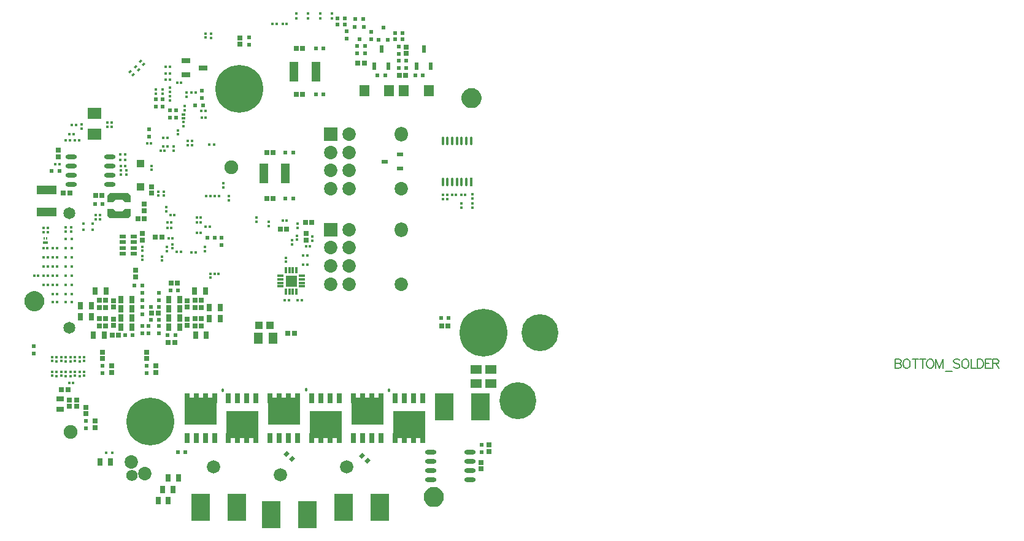
<source format=gbs>
G04*
G04 #@! TF.GenerationSoftware,Altium Limited,Altium Designer,24.1.2 (44)*
G04*
G04 Layer_Color=16711935*
%FSLAX44Y44*%
%MOMM*%
G71*
G04*
G04 #@! TF.SameCoordinates,3E41DE66-C22E-4A43-A9AF-2340ABB4EF3F*
G04*
G04*
G04 #@! TF.FilePolarity,Negative*
G04*
G01*
G75*
%ADD20C,0.1778*%
%ADD67O,0.3500X1.2500*%
%ADD68R,0.3500X1.2500*%
%ADD79R,0.7700X0.9800*%
%ADD111R,1.0500X1.1000*%
%ADD121R,0.4200X0.3600*%
%ADD122R,0.7200X0.7200*%
%ADD123R,0.3600X0.4200*%
%ADD124R,0.7200X0.7200*%
%ADD126R,1.9050X1.5240*%
%ADD127R,0.3500X0.4000*%
%ADD128R,0.6000X0.5750*%
%ADD129R,0.4620X0.3520*%
%ADD134R,1.5500X1.2500*%
%ADD138R,1.2500X2.8000*%
%ADD139C,1.1000*%
G04:AMPARAMS|DCode=141|XSize=0.6mm|YSize=0.575mm|CornerRadius=0mm|HoleSize=0mm|Usage=FLASHONLY|Rotation=225.000|XOffset=0mm|YOffset=0mm|HoleType=Round|Shape=Rectangle|*
%AMROTATEDRECTD141*
4,1,4,0.0088,0.4154,0.4154,0.0088,-0.0088,-0.4154,-0.4154,-0.0088,0.0088,0.4154,0.0*
%
%ADD141ROTATEDRECTD141*%

%ADD143R,0.5750X0.6000*%
%ADD147C,1.9050*%
%ADD148C,1.8540*%
%ADD149O,1.8540X2.0040*%
%ADD150C,1.8542*%
%ADD151R,1.8542X1.8542*%
%ADD152C,1.5748*%
%ADD154C,1.6510*%
%ADD155C,6.6016*%
%ADD156C,5.1016*%
%ADD195R,4.5200X3.8500*%
%ADD196R,0.7100X1.3720*%
%ADD197O,1.5500X0.6000*%
%ADD198R,0.6000X1.0000*%
%ADD200O,1.5500X0.6000*%
%ADD208R,0.9800X0.7700*%
%ADD210R,0.2540X0.2540*%
%ADD214R,0.9500X0.6000*%
%ADD225O,0.9144X0.4064*%
%ADD226O,0.4064X0.9144*%
%ADD227R,1.5650X1.5650*%
%ADD228R,0.6000X0.6000*%
%ADD229R,1.1770X0.7874*%
%ADD230R,1.0520X1.0020*%
%ADD231R,2.6162X3.7338*%
%ADD232R,1.3500X1.6000*%
%ADD233R,0.7500X1.0000*%
%ADD234R,0.4000X0.3500*%
%ADD235C,0.4572*%
%ADD236R,0.5000X0.4000*%
%ADD237R,0.9000X0.5000*%
%ADD238R,1.2500X1.5500*%
%ADD239R,0.7000X0.4500*%
%ADD240R,0.2905X0.4500*%
%ADD241R,2.8000X1.2500*%
%ADD242R,0.3520X0.4620*%
G04:AMPARAMS|DCode=243|XSize=0.4mm|YSize=0.35mm|CornerRadius=0mm|HoleSize=0mm|Usage=FLASHONLY|Rotation=225.000|XOffset=0mm|YOffset=0mm|HoleType=Round|Shape=Rectangle|*
%AMROTATEDRECTD243*
4,1,4,0.0177,0.2652,0.2652,0.0177,-0.0177,-0.2652,-0.2652,-0.0177,0.0177,0.2652,0.0*
%
%ADD243ROTATEDRECTD243*%

%ADD244C,1.8288*%
G36*
X252947Y266004D02*
X255459Y264963D01*
X257720Y263453D01*
X259643Y261530D01*
X261153Y259269D01*
X262194Y256757D01*
X262724Y254090D01*
Y252730D01*
Y251370D01*
X262194Y248703D01*
X261153Y246191D01*
X259643Y243930D01*
X257720Y242007D01*
X255459Y240497D01*
X252947Y239456D01*
X250280Y238926D01*
X247560D01*
X244893Y239456D01*
X242381Y240497D01*
X240120Y242007D01*
X238197Y243930D01*
X236687Y246191D01*
X235646Y248703D01*
X235116Y251370D01*
Y252730D01*
Y254090D01*
X235646Y256757D01*
X236687Y259269D01*
X238197Y261530D01*
X240120Y263453D01*
X242381Y264963D01*
X244893Y266004D01*
X247560Y266534D01*
X250280D01*
X252947Y266004D01*
D02*
G37*
G36*
X-221615Y118374D02*
Y108585D01*
X-229532D01*
X-232707Y112395D01*
X-242273D01*
X-245448Y108585D01*
X-253365D01*
Y118374D01*
X-250454Y121285D01*
X-224526D01*
X-221615Y118374D01*
D02*
G37*
G36*
Y89906D02*
X-224526Y86995D01*
X-250454D01*
X-253365Y89906D01*
Y99695D01*
X-245448D01*
X-242273Y95885D01*
X-232707D01*
X-229532Y99695D01*
X-221615D01*
Y89906D01*
D02*
G37*
G36*
X-350303Y-14666D02*
X-347791Y-15707D01*
X-345530Y-17217D01*
X-343607Y-19140D01*
X-342097Y-21401D01*
X-341056Y-23913D01*
X-340526Y-26580D01*
Y-27940D01*
Y-29300D01*
X-341056Y-31967D01*
X-342097Y-34479D01*
X-343607Y-36740D01*
X-345530Y-38663D01*
X-347791Y-40173D01*
X-350303Y-41214D01*
X-352970Y-41744D01*
X-355690D01*
X-358357Y-41214D01*
X-360869Y-40173D01*
X-363130Y-38663D01*
X-365053Y-36740D01*
X-366563Y-34479D01*
X-367604Y-31967D01*
X-368134Y-29300D01*
Y-27940D01*
Y-26580D01*
X-367604Y-23913D01*
X-366563Y-21401D01*
X-365053Y-19140D01*
X-363130Y-17217D01*
X-360869Y-15707D01*
X-358357Y-14666D01*
X-355690Y-14136D01*
X-352970D01*
X-350303Y-14666D01*
D02*
G37*
G36*
X200877Y-285176D02*
X203389Y-286217D01*
X205650Y-287727D01*
X207573Y-289650D01*
X209083Y-291911D01*
X210124Y-294423D01*
X210654Y-297090D01*
Y-298450D01*
Y-299810D01*
X210124Y-302477D01*
X209083Y-304989D01*
X207573Y-307250D01*
X205650Y-309173D01*
X203389Y-310683D01*
X200877Y-311724D01*
X198210Y-312254D01*
X195490D01*
X192823Y-311724D01*
X190311Y-310683D01*
X188050Y-309173D01*
X186127Y-307250D01*
X184617Y-304989D01*
X183576Y-302477D01*
X183046Y-299810D01*
Y-298450D01*
Y-297090D01*
X183576Y-294423D01*
X184617Y-291911D01*
X186127Y-289650D01*
X188050Y-287727D01*
X190311Y-286217D01*
X192823Y-285176D01*
X195490Y-284646D01*
X198210D01*
X200877Y-285176D01*
D02*
G37*
D20*
X833120Y-107953D02*
Y-120650D01*
Y-107953D02*
X838562D01*
X840376Y-108557D01*
X840980Y-109162D01*
X841585Y-110371D01*
Y-111580D01*
X840980Y-112790D01*
X840376Y-113394D01*
X838562Y-113999D01*
X833120D02*
X838562D01*
X840376Y-114604D01*
X840980Y-115208D01*
X841585Y-116418D01*
Y-118231D01*
X840980Y-119441D01*
X840376Y-120045D01*
X838562Y-120650D01*
X833120D01*
X848054Y-107953D02*
X846845Y-108557D01*
X845636Y-109767D01*
X845031Y-110976D01*
X844427Y-112790D01*
Y-115813D01*
X845031Y-117627D01*
X845636Y-118836D01*
X846845Y-120045D01*
X848054Y-120650D01*
X850473D01*
X851682Y-120045D01*
X852891Y-118836D01*
X853496Y-117627D01*
X854101Y-115813D01*
Y-112790D01*
X853496Y-110976D01*
X852891Y-109767D01*
X851682Y-108557D01*
X850473Y-107953D01*
X848054D01*
X861296D02*
Y-120650D01*
X857063Y-107953D02*
X865528D01*
X871272D02*
Y-120650D01*
X867040Y-107953D02*
X875505D01*
X880644D02*
X879435Y-108557D01*
X878226Y-109767D01*
X877621Y-110976D01*
X877016Y-112790D01*
Y-115813D01*
X877621Y-117627D01*
X878226Y-118836D01*
X879435Y-120045D01*
X880644Y-120650D01*
X883063D01*
X884272Y-120045D01*
X885481Y-118836D01*
X886086Y-117627D01*
X886690Y-115813D01*
Y-112790D01*
X886086Y-110976D01*
X885481Y-109767D01*
X884272Y-108557D01*
X883063Y-107953D01*
X880644D01*
X889653D02*
Y-120650D01*
Y-107953D02*
X894490Y-120650D01*
X899327Y-107953D02*
X894490Y-120650D01*
X899327Y-107953D02*
Y-120650D01*
X902955Y-124882D02*
X912629D01*
X922727Y-109767D02*
X921517Y-108557D01*
X919703Y-107953D01*
X917285D01*
X915471Y-108557D01*
X914262Y-109767D01*
Y-110976D01*
X914866Y-112185D01*
X915471Y-112790D01*
X916680Y-113394D01*
X920308Y-114604D01*
X921517Y-115208D01*
X922122Y-115813D01*
X922727Y-117022D01*
Y-118836D01*
X921517Y-120045D01*
X919703Y-120650D01*
X917285D01*
X915471Y-120045D01*
X914262Y-118836D01*
X929196Y-107953D02*
X927987Y-108557D01*
X926777Y-109767D01*
X926173Y-110976D01*
X925568Y-112790D01*
Y-115813D01*
X926173Y-117627D01*
X926777Y-118836D01*
X927987Y-120045D01*
X929196Y-120650D01*
X931615D01*
X932824Y-120045D01*
X934033Y-118836D01*
X934638Y-117627D01*
X935242Y-115813D01*
Y-112790D01*
X934638Y-110976D01*
X934033Y-109767D01*
X932824Y-108557D01*
X931615Y-107953D01*
X929196D01*
X938205D02*
Y-120650D01*
X945461D01*
X946851Y-107953D02*
Y-120650D01*
Y-107953D02*
X951084D01*
X952898Y-108557D01*
X954107Y-109767D01*
X954712Y-110976D01*
X955316Y-112790D01*
Y-115813D01*
X954712Y-117627D01*
X954107Y-118836D01*
X952898Y-120045D01*
X951084Y-120650D01*
X946851D01*
X966018Y-107953D02*
X958158D01*
Y-120650D01*
X966018D01*
X958158Y-113999D02*
X962995D01*
X968134Y-107953D02*
Y-120650D01*
Y-107953D02*
X973576D01*
X975390Y-108557D01*
X975995Y-109162D01*
X976599Y-110371D01*
Y-111580D01*
X975995Y-112790D01*
X975390Y-113394D01*
X973576Y-113999D01*
X968134D01*
X972367D02*
X976599Y-120650D01*
D67*
X241600Y136850D02*
D03*
X235100D02*
D03*
X228600D02*
D03*
X222100D02*
D03*
X215600D02*
D03*
X209100D02*
D03*
X248100Y193350D02*
D03*
X241600D02*
D03*
X235100D02*
D03*
X228600D02*
D03*
X222100D02*
D03*
X215600D02*
D03*
X209100D02*
D03*
D68*
X248100Y136850D02*
D03*
D79*
X-263690Y-250190D02*
D03*
X-249390D02*
D03*
X-183680Y-303530D02*
D03*
X-169380D02*
D03*
X-177330Y-288290D02*
D03*
X-163030D02*
D03*
X-169710Y-271780D02*
D03*
X-155410D02*
D03*
D111*
X-28831Y-60960D02*
D03*
X-44831D02*
D03*
D121*
X7620Y56990D02*
D03*
Y62390D02*
D03*
X-30975Y76243D02*
D03*
Y81643D02*
D03*
X-330200Y-125570D02*
D03*
Y-130970D02*
D03*
X-317500Y-125570D02*
D03*
Y-130970D02*
D03*
X250190Y106840D02*
D03*
Y101440D02*
D03*
X-285750Y-130970D02*
D03*
Y-125570D02*
D03*
X-298450Y-130970D02*
D03*
Y-125570D02*
D03*
X-285750Y-105250D02*
D03*
Y-110650D02*
D03*
X-298450D02*
D03*
Y-105250D02*
D03*
X-330200Y-110650D02*
D03*
Y-105250D02*
D03*
X-317500Y-110650D02*
D03*
Y-105250D02*
D03*
X-148820Y213993D02*
D03*
Y219393D02*
D03*
X-162321Y185640D02*
D03*
Y180240D02*
D03*
X-156540Y202742D02*
D03*
Y208141D02*
D03*
X-193074Y153769D02*
D03*
Y159169D02*
D03*
X-253999Y213200D02*
D03*
Y218600D02*
D03*
X-247649Y213200D02*
D03*
Y218600D02*
D03*
X-119380Y46642D02*
D03*
Y41242D02*
D03*
X-163936Y50642D02*
D03*
Y45242D02*
D03*
X-7620Y31910D02*
D03*
Y26510D02*
D03*
X-171736Y41342D02*
D03*
Y46742D02*
D03*
X-205740Y47150D02*
D03*
Y41750D02*
D03*
X-178239Y33743D02*
D03*
Y28343D02*
D03*
X-205740Y34450D02*
D03*
Y29050D02*
D03*
X-183641Y123350D02*
D03*
Y117950D02*
D03*
X-176021D02*
D03*
Y123350D02*
D03*
X-111760Y9812D02*
D03*
Y4412D02*
D03*
X-234951Y152560D02*
D03*
Y147160D02*
D03*
X-227331Y152560D02*
D03*
Y147160D02*
D03*
X-118109Y336390D02*
D03*
Y341790D02*
D03*
X-167639Y261460D02*
D03*
Y266860D02*
D03*
D122*
X19629Y81280D02*
D03*
X28629D02*
D03*
X-14986Y71374D02*
D03*
X-5986D02*
D03*
X-314379Y121919D02*
D03*
X-305379D02*
D03*
X-269929Y118109D02*
D03*
X-260929D02*
D03*
X-33709Y114299D02*
D03*
X-24709D02*
D03*
Y177799D02*
D03*
X-33709D02*
D03*
X216589Y-62229D02*
D03*
X207589D02*
D03*
X-4318Y-72390D02*
D03*
X4682D02*
D03*
X-123769Y-26670D02*
D03*
X-132769D02*
D03*
X-192461Y-44450D02*
D03*
X-183461D02*
D03*
X-165791Y-2540D02*
D03*
X-156791D02*
D03*
X-132771Y-36830D02*
D03*
X-123771D02*
D03*
X-132769Y-62230D02*
D03*
X-123769D02*
D03*
X-264851Y-26670D02*
D03*
X-255851D02*
D03*
X-169601Y-85090D02*
D03*
X-160601D02*
D03*
X-132771Y-52070D02*
D03*
X-123771D02*
D03*
X-255849Y-36830D02*
D03*
X-264849D02*
D03*
X-264851Y-62230D02*
D03*
X-255851D02*
D03*
X-247071Y-74930D02*
D03*
X-238071D02*
D03*
X-255849Y-52070D02*
D03*
X-264849D02*
D03*
X15931Y257809D02*
D03*
X6931D02*
D03*
X15931Y321309D02*
D03*
X6931D02*
D03*
X-307919Y-149860D02*
D03*
X-316919D02*
D03*
X149169Y284480D02*
D03*
X158169D02*
D03*
X92019Y300991D02*
D03*
X101019D02*
D03*
X-187635Y60198D02*
D03*
X-178635D02*
D03*
X-211511Y85598D02*
D03*
X-202511D02*
D03*
D123*
X-336390Y45720D02*
D03*
X-341790Y45720D02*
D03*
X-349090Y7620D02*
D03*
X-354490Y7620D02*
D03*
X-300830Y-140970D02*
D03*
X-306230D02*
D03*
X234790Y119380D02*
D03*
X240190D02*
D03*
X-137320Y260350D02*
D03*
X-131920D02*
D03*
X-117950Y226060D02*
D03*
X-123350D02*
D03*
X-152010Y273547D02*
D03*
X-157410D02*
D03*
X-142519Y187338D02*
D03*
X-137119D02*
D03*
X-142519Y193545D02*
D03*
X-137119D02*
D03*
X-176272Y197941D02*
D03*
X-170872D02*
D03*
X-180023Y179939D02*
D03*
X-174622D02*
D03*
X-193132Y190440D02*
D03*
X-198532D02*
D03*
X-176272Y186182D02*
D03*
X-170872D02*
D03*
X-264000Y85090D02*
D03*
X-269400D02*
D03*
X-264000Y91441D02*
D03*
X-269400D02*
D03*
X-130239Y87593D02*
D03*
X-124838D02*
D03*
X-130239Y81093D02*
D03*
X-124838D02*
D03*
X-130239Y66793D02*
D03*
X-124838D02*
D03*
X-131988Y39491D02*
D03*
X-137388D02*
D03*
X-163868Y58991D02*
D03*
X-169268D02*
D03*
X227490Y119380D02*
D03*
X222090D02*
D03*
X-165138Y73290D02*
D03*
X-170538D02*
D03*
X-6190Y83820D02*
D03*
X-11590D02*
D03*
X-165138Y81090D02*
D03*
X-170538D02*
D03*
X-161130Y91440D02*
D03*
X-166530D02*
D03*
X-152240Y40640D02*
D03*
X-157640D02*
D03*
X-117762Y74930D02*
D03*
X-112362D02*
D03*
X-117000Y117349D02*
D03*
X-111600D02*
D03*
X-100170Y9651D02*
D03*
X-105570D02*
D03*
X-105062Y117347D02*
D03*
X-99662D02*
D03*
X-11590Y355600D02*
D03*
X-6190D02*
D03*
X20414Y48260D02*
D03*
X25814D02*
D03*
D124*
X-321309Y171451D02*
D03*
Y180451D02*
D03*
X261619Y-259771D02*
D03*
Y-250771D02*
D03*
X273049Y-235641D02*
D03*
Y-226641D02*
D03*
X-186690Y-117419D02*
D03*
Y-126419D02*
D03*
X-247650Y-117419D02*
D03*
Y-126419D02*
D03*
X-270510Y-193619D02*
D03*
Y-202619D02*
D03*
X-199390Y-98369D02*
D03*
Y-107369D02*
D03*
X-260350Y-98369D02*
D03*
Y-107369D02*
D03*
X-283210Y-174569D02*
D03*
Y-183569D02*
D03*
X-143510Y-27249D02*
D03*
Y-36249D02*
D03*
Y-61651D02*
D03*
Y-52651D02*
D03*
X-245110Y-27249D02*
D03*
Y-36249D02*
D03*
X-214630Y14661D02*
D03*
Y5661D02*
D03*
X-245110Y-61651D02*
D03*
Y-52651D02*
D03*
X-306070Y-164409D02*
D03*
Y-173409D02*
D03*
X-295910Y-164409D02*
D03*
Y-173409D02*
D03*
X158750Y314269D02*
D03*
Y323269D02*
D03*
X-205740Y56459D02*
D03*
Y65459D02*
D03*
X-193040Y130231D02*
D03*
Y121231D02*
D03*
X-203201Y97099D02*
D03*
Y106099D02*
D03*
X-71119Y335971D02*
D03*
Y326971D02*
D03*
X20320Y65461D02*
D03*
Y56461D02*
D03*
D126*
X-271781Y202565D02*
D03*
Y231775D02*
D03*
D127*
X-336090Y33020D02*
D03*
X-342090Y33020D02*
D03*
X-336090Y-5080D02*
D03*
X-342090Y-5080D02*
D03*
X-329390Y-29210D02*
D03*
X-323390D02*
D03*
X-329390Y-17780D02*
D03*
X-323390Y-17780D02*
D03*
X-329390Y-5080D02*
D03*
X-323390Y-5080D02*
D03*
X-329390Y7620D02*
D03*
X-323390Y7620D02*
D03*
X-329390Y20320D02*
D03*
X-323390Y20320D02*
D03*
X-329390Y45720D02*
D03*
X-323390D02*
D03*
X-342090Y7620D02*
D03*
X-336090D02*
D03*
Y73660D02*
D03*
X-342090Y73660D02*
D03*
X-336090Y67310D02*
D03*
X-342090Y67310D02*
D03*
X-311610Y194310D02*
D03*
X-305610D02*
D03*
X-296720Y215900D02*
D03*
X-302720D02*
D03*
X-106676Y188341D02*
D03*
X-112676D02*
D03*
X-124158Y234950D02*
D03*
X-118158D02*
D03*
X-173180Y278130D02*
D03*
X-167180D02*
D03*
X-173180Y287021D02*
D03*
X-167180D02*
D03*
X-173180Y295911D02*
D03*
X-167180D02*
D03*
X-235411Y175260D02*
D03*
X-229411D02*
D03*
Y167642D02*
D03*
X-235411D02*
D03*
X-229410Y158751D02*
D03*
X-235410D02*
D03*
X8430Y-26670D02*
D03*
X14430D02*
D03*
X-325580Y161289D02*
D03*
X-319580D02*
D03*
X16050Y22860D02*
D03*
X22050D02*
D03*
X16050Y35560D02*
D03*
X22050D02*
D03*
X-336090Y20320D02*
D03*
X-342090Y20320D02*
D03*
X-329390Y33020D02*
D03*
X-323390Y33020D02*
D03*
X-3350Y-26670D02*
D03*
X-9350D02*
D03*
X215090Y113030D02*
D03*
X209090D02*
D03*
Y119380D02*
D03*
X215090D02*
D03*
X-298910Y194310D02*
D03*
X-292910D02*
D03*
X-19860Y355600D02*
D03*
X-25860D02*
D03*
X-306530Y203200D02*
D03*
X-300530D02*
D03*
D128*
X-96521Y49485D02*
D03*
Y59735D02*
D03*
X-260350Y-127044D02*
D03*
Y-116794D02*
D03*
X-199390D02*
D03*
Y-127044D02*
D03*
X262891Y-226015D02*
D03*
Y-236265D02*
D03*
X-283210Y-192994D02*
D03*
Y-203244D02*
D03*
X-182880Y-26716D02*
D03*
Y-16466D02*
D03*
Y-62184D02*
D03*
Y-72434D02*
D03*
X-205740Y-26716D02*
D03*
Y-16466D02*
D03*
Y-35514D02*
D03*
Y-45764D02*
D03*
Y-62184D02*
D03*
Y-72434D02*
D03*
X-196850Y-62184D02*
D03*
Y-72434D02*
D03*
X110490Y333964D02*
D03*
Y344214D02*
D03*
X148590Y323896D02*
D03*
Y313646D02*
D03*
X76200Y345486D02*
D03*
Y335236D02*
D03*
X-58421Y326345D02*
D03*
Y336595D02*
D03*
X-177419Y251383D02*
D03*
Y241133D02*
D03*
X-186829Y251383D02*
D03*
Y241133D02*
D03*
X-196089Y209594D02*
D03*
Y199344D02*
D03*
X-355600Y-100376D02*
D03*
Y-90126D02*
D03*
X-158750Y236265D02*
D03*
Y226015D02*
D03*
X-167640Y236265D02*
D03*
Y226015D02*
D03*
X-123190Y262935D02*
D03*
Y252685D02*
D03*
D129*
X-255659Y-237490D02*
D03*
X-247259D02*
D03*
X-303141Y-17780D02*
D03*
X-311541D02*
D03*
X-303141Y-29210D02*
D03*
X-311541D02*
D03*
X-303141Y-5080D02*
D03*
X-311541D02*
D03*
X-303141Y7620D02*
D03*
X-311541D02*
D03*
X-303141Y20320D02*
D03*
X-311541D02*
D03*
X-303141Y33020D02*
D03*
X-311541D02*
D03*
X-303141Y45720D02*
D03*
X-311541D02*
D03*
X-303141Y58420D02*
D03*
X-311541D02*
D03*
D134*
X275589Y-142080D02*
D03*
Y-122080D02*
D03*
X255269Y-142080D02*
D03*
Y-122080D02*
D03*
D138*
X34053Y289557D02*
D03*
X4053D02*
D03*
X-7857Y148588D02*
D03*
X-37857D02*
D03*
D139*
X196850Y-298450D02*
D03*
X-354330Y-27940D02*
D03*
X248920Y252730D02*
D03*
D141*
X105223Y-248733D02*
D03*
X97976Y-241486D02*
D03*
X1083Y-246193D02*
D03*
X-6164Y-238946D02*
D03*
D143*
X-132126Y242570D02*
D03*
X-121876D02*
D03*
X-115615Y59691D02*
D03*
X-105365D02*
D03*
X2585Y177799D02*
D03*
X-7665D02*
D03*
X2585Y114299D02*
D03*
X-7665D02*
D03*
X217215Y-50801D02*
D03*
X206965D02*
D03*
X64216Y354330D02*
D03*
X74466D02*
D03*
X64216Y363220D02*
D03*
X74466D02*
D03*
X-155910Y-12700D02*
D03*
X-166160D02*
D03*
X-182834Y-35560D02*
D03*
X-193084D02*
D03*
X-159974Y-74930D02*
D03*
X-170224D02*
D03*
X-182834Y-53340D02*
D03*
X-193084D02*
D03*
X-215946Y-6350D02*
D03*
X-205696D02*
D03*
X-228900Y-74930D02*
D03*
X-218650D02*
D03*
X-330245Y152401D02*
D03*
X-319995D02*
D03*
X99106Y361950D02*
D03*
X88856D02*
D03*
X143464Y334010D02*
D03*
X153714D02*
D03*
X153716Y342900D02*
D03*
X143466D02*
D03*
X148544Y304800D02*
D03*
X158794D02*
D03*
X91395Y325121D02*
D03*
X101645D02*
D03*
X158796Y294640D02*
D03*
X148546D02*
D03*
X101645Y314959D02*
D03*
X91395D02*
D03*
X129586Y284480D02*
D03*
X119336D02*
D03*
X181656D02*
D03*
X171406D02*
D03*
X44495Y321309D02*
D03*
X34245D02*
D03*
X44495Y257809D02*
D03*
X34245D02*
D03*
X-270555Y106681D02*
D03*
X-260305D02*
D03*
X-156256Y-236220D02*
D03*
X-146006D02*
D03*
D147*
X-304800Y-208280D02*
D03*
X-82550Y157480D02*
D03*
D148*
X151697Y127622D02*
D03*
Y-4204D02*
D03*
D149*
Y202622D02*
D03*
Y70796D02*
D03*
D150*
X54897Y152622D02*
D03*
Y177622D02*
D03*
X79897Y202622D02*
D03*
Y177622D02*
D03*
Y152622D02*
D03*
X54897Y127622D02*
D03*
X79897D02*
D03*
X-201829Y-266261D02*
D03*
X-220980Y-250191D02*
D03*
X54897Y20796D02*
D03*
Y45796D02*
D03*
X79897Y70796D02*
D03*
Y45796D02*
D03*
Y20796D02*
D03*
X54897Y-4204D02*
D03*
X79897D02*
D03*
D151*
X54897Y202622D02*
D03*
Y70796D02*
D03*
D152*
X-220018Y-268491D02*
D03*
D154*
X-306033Y94002D02*
D03*
Y-64498D02*
D03*
D155*
X265630Y-71175D02*
D03*
X-194454Y-194454D02*
D03*
X-71175Y265630D02*
D03*
D156*
X342900Y-71175D02*
D03*
X312420Y-165100D02*
D03*
D195*
X162543Y-198883D02*
D03*
X-67352D02*
D03*
X105069Y-180084D02*
D03*
X-9878D02*
D03*
X-124825D02*
D03*
X47595Y-198883D02*
D03*
D196*
X181593Y-217185D02*
D03*
X168893D02*
D03*
X156193D02*
D03*
X143493D02*
D03*
X181593Y-161785D02*
D03*
X168893D02*
D03*
X156193D02*
D03*
X143493D02*
D03*
X-86402D02*
D03*
X-73702D02*
D03*
X-61002D02*
D03*
X-48302D02*
D03*
X-86402Y-217185D02*
D03*
X-73702D02*
D03*
X-61002D02*
D03*
X-48302D02*
D03*
X86019Y-161782D02*
D03*
X98719D02*
D03*
X111419D02*
D03*
X124119D02*
D03*
X86019Y-217182D02*
D03*
X98719D02*
D03*
X111419D02*
D03*
X124119D02*
D03*
X-28928Y-161782D02*
D03*
X-16228D02*
D03*
X-3528D02*
D03*
X9172D02*
D03*
X-28928Y-217182D02*
D03*
X-16228D02*
D03*
X-3528D02*
D03*
X9172D02*
D03*
X-143876Y-161782D02*
D03*
X-131175D02*
D03*
X-118476D02*
D03*
X-105775D02*
D03*
X-143876Y-217182D02*
D03*
X-131175D02*
D03*
X-118476D02*
D03*
X-105775D02*
D03*
X28545Y-161785D02*
D03*
X41245D02*
D03*
X53945D02*
D03*
X66645D02*
D03*
X28545Y-217185D02*
D03*
X41245D02*
D03*
X53945D02*
D03*
X66645D02*
D03*
D197*
X192710Y-274319D02*
D03*
Y-261619D02*
D03*
Y-248919D02*
D03*
Y-236219D02*
D03*
X246710D02*
D03*
Y-248919D02*
D03*
Y-261619D02*
D03*
Y-274319D02*
D03*
D198*
X182880Y320611D02*
D03*
X173380Y296611D02*
D03*
X192380D02*
D03*
X124461Y320611D02*
D03*
X114961Y296611D02*
D03*
X133961D02*
D03*
D200*
X-303860Y133351D02*
D03*
Y146051D02*
D03*
Y158751D02*
D03*
Y171451D02*
D03*
X-249860Y133351D02*
D03*
Y146051D02*
D03*
Y158751D02*
D03*
Y171451D02*
D03*
D208*
X-318770Y-177330D02*
D03*
Y-163030D02*
D03*
D210*
X-237490Y91440D02*
D03*
Y116840D02*
D03*
D214*
X149949Y174599D02*
D03*
Y155599D02*
D03*
X129449Y165099D02*
D03*
D225*
X14937Y-7500D02*
D03*
Y-2500D02*
D03*
Y2500D02*
D03*
Y7500D02*
D03*
X-14937Y-7500D02*
D03*
Y-2500D02*
D03*
Y2500D02*
D03*
Y7500D02*
D03*
D226*
X-7500Y14937D02*
D03*
Y-14937D02*
D03*
X-2500Y14937D02*
D03*
Y-14937D02*
D03*
X2500Y14937D02*
D03*
Y-14937D02*
D03*
X7500Y14937D02*
D03*
Y-14937D02*
D03*
D227*
X0Y0D02*
D03*
D228*
X93980Y334399D02*
D03*
X100480Y351399D02*
D03*
X87480D02*
D03*
X127000Y350131D02*
D03*
X120500Y333131D02*
D03*
X133500D02*
D03*
D229*
X-121600Y294640D02*
D03*
X-145100Y304140D02*
D03*
Y285140D02*
D03*
D230*
X-208283Y161799D02*
D03*
Y130299D02*
D03*
D231*
X261167Y-173990D02*
D03*
X211274D02*
D03*
X122181Y-312980D02*
D03*
X72288D02*
D03*
X22718Y-322858D02*
D03*
X-27174D02*
D03*
X-75167Y-312980D02*
D03*
X-125059D02*
D03*
D232*
X189969Y262890D02*
D03*
X155469D02*
D03*
X100861D02*
D03*
X135361D02*
D03*
D233*
X-234579Y-50800D02*
D03*
X-220079D02*
D03*
X-118481Y-13970D02*
D03*
X-132981D02*
D03*
X-154041Y-25400D02*
D03*
X-168541D02*
D03*
X-98161Y-36830D02*
D03*
X-112661D02*
D03*
X-154041Y-38100D02*
D03*
X-168541D02*
D03*
X-117211Y-74930D02*
D03*
X-131711D02*
D03*
X-154041Y-63500D02*
D03*
X-168541D02*
D03*
X-98161Y-52070D02*
D03*
X-112661D02*
D03*
X-154041Y-50800D02*
D03*
X-168541D02*
D03*
X-270139Y-13970D02*
D03*
X-255639D02*
D03*
X-234579Y-25400D02*
D03*
X-220079D02*
D03*
X-275959Y-34290D02*
D03*
X-290459D02*
D03*
X-234579Y-38100D02*
D03*
X-220079D02*
D03*
X-272679Y-74930D02*
D03*
X-258179D02*
D03*
X-234579Y-63500D02*
D03*
X-220079D02*
D03*
X-290459Y-49530D02*
D03*
X-275959D02*
D03*
D234*
X-144780Y254810D02*
D03*
Y260810D02*
D03*
X-48261Y88090D02*
D03*
Y82090D02*
D03*
X-172466Y96060D02*
D03*
Y102060D02*
D03*
X-303530Y74120D02*
D03*
Y68120D02*
D03*
X-311150D02*
D03*
X-311150Y74120D02*
D03*
Y-125270D02*
D03*
Y-131270D02*
D03*
X-323850D02*
D03*
X-323850Y-125270D02*
D03*
X234950Y107140D02*
D03*
Y101140D02*
D03*
X250190Y119840D02*
D03*
Y113840D02*
D03*
X-304800Y-131270D02*
D03*
X-304800Y-125270D02*
D03*
X-292100Y-131270D02*
D03*
Y-125270D02*
D03*
X-304800Y-110950D02*
D03*
Y-104950D02*
D03*
X-292100D02*
D03*
Y-110950D02*
D03*
X-311150Y-104950D02*
D03*
Y-110950D02*
D03*
X-323850Y-104950D02*
D03*
Y-110950D02*
D03*
X7112Y363268D02*
D03*
Y369268D02*
D03*
X23541Y363268D02*
D03*
Y369268D02*
D03*
X-147320Y241760D02*
D03*
Y235760D02*
D03*
X39969Y363268D02*
D03*
Y369268D02*
D03*
X-85598Y111300D02*
D03*
Y117300D02*
D03*
X-93981Y129081D02*
D03*
Y135081D02*
D03*
X56398Y363268D02*
D03*
Y369268D02*
D03*
X-177419Y258496D02*
D03*
Y264496D02*
D03*
X-186829Y258496D02*
D03*
Y264496D02*
D03*
X-110489Y336090D02*
D03*
Y342090D02*
D03*
X-289560Y216360D02*
D03*
Y210360D02*
D03*
X-167641Y255730D02*
D03*
Y249730D02*
D03*
X8890Y73200D02*
D03*
Y79200D02*
D03*
X1270Y50340D02*
D03*
Y56340D02*
D03*
X29210Y61420D02*
D03*
Y55420D02*
D03*
D235*
X-94857Y-150789D02*
D03*
X-87673Y-157974D02*
D03*
X142022Y-158532D02*
D03*
X134837Y-151347D02*
D03*
X27529Y-157720D02*
D03*
X20344Y-150535D02*
D03*
D236*
X-148820Y229595D02*
D03*
Y224795D02*
D03*
D237*
X-232789Y37529D02*
D03*
Y45529D02*
D03*
Y53529D02*
D03*
Y61529D02*
D03*
X-216789Y37529D02*
D03*
Y45529D02*
D03*
Y61529D02*
D03*
Y53529D02*
D03*
D238*
X-25146Y-78994D02*
D03*
X-45146D02*
D03*
D239*
X-339090Y52629D02*
D03*
D240*
X-337340Y59129D02*
D03*
X-340840D02*
D03*
D241*
X-337817Y125492D02*
D03*
Y95492D02*
D03*
D242*
X-274320Y70731D02*
D03*
Y79131D02*
D03*
X-287020Y70731D02*
D03*
Y79131D02*
D03*
D243*
X-222593Y289141D02*
D03*
X-218351Y284899D02*
D03*
X-210731Y291757D02*
D03*
X-214973Y295999D02*
D03*
X-208115Y303365D02*
D03*
X-203873Y299123D02*
D03*
D244*
X-107513Y-257211D02*
D03*
X76984D02*
D03*
X-15265Y-267987D02*
D03*
M02*

</source>
